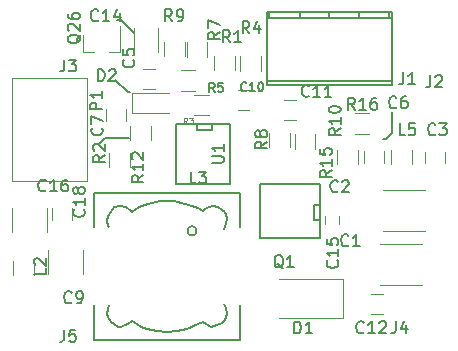
<source format=gto>
G04 #@! TF.FileFunction,Legend,Top*
%FSLAX46Y46*%
G04 Gerber Fmt 4.6, Leading zero omitted, Abs format (unit mm)*
G04 Created by KiCad (PCBNEW 4.0.7-e2-6376~60~ubuntu17.10.1) date Tue Feb 13 22:12:07 2018*
%MOMM*%
%LPD*%
G01*
G04 APERTURE LIST*
%ADD10C,0.100000*%
%ADD11C,0.200000*%
%ADD12C,0.120000*%
%ADD13C,0.150000*%
%ADD14C,0.125000*%
G04 APERTURE END LIST*
D10*
D11*
X145669000Y-83375500D02*
X145351500Y-83375500D01*
X146812000Y-84518500D02*
X145669000Y-83375500D01*
X146304000Y-89535000D02*
X146494500Y-89535000D01*
X145224500Y-88455500D02*
X146304000Y-89535000D01*
X144335500Y-93408500D02*
X143954500Y-93789500D01*
X146367500Y-93408500D02*
X144335500Y-93408500D01*
X168148000Y-93472000D02*
X167894000Y-93472000D01*
X168656000Y-92964000D02*
X168148000Y-93472000D01*
X168656000Y-91186000D02*
X168656000Y-92964000D01*
D12*
X142438000Y-86104000D02*
X143368000Y-86104000D01*
X145598000Y-86104000D02*
X144668000Y-86104000D01*
X145598000Y-86104000D02*
X145598000Y-83944000D01*
X142438000Y-86104000D02*
X142438000Y-84644000D01*
D13*
X154940000Y-92202000D02*
X154940000Y-97282000D01*
X154940000Y-97282000D02*
X150368000Y-97282000D01*
X150368000Y-97282000D02*
X150368000Y-92202000D01*
X150368000Y-92202000D02*
X154940000Y-92202000D01*
X153416000Y-92202000D02*
X153416000Y-92710000D01*
X153416000Y-92710000D02*
X152146000Y-92710000D01*
X152146000Y-92710000D02*
X152146000Y-92202000D01*
D12*
X136432000Y-88360000D02*
X136432000Y-97060000D01*
X142842000Y-88360000D02*
X142842000Y-97060000D01*
X142842000Y-97060000D02*
X136432000Y-97060000D01*
X136432000Y-88360000D02*
X142842000Y-88360000D01*
X166716000Y-93082000D02*
X165516000Y-93082000D01*
X165516000Y-91322000D02*
X166716000Y-91322000D01*
X165726000Y-94396000D02*
X165726000Y-95596000D01*
X163966000Y-95596000D02*
X163966000Y-94396000D01*
X162157300Y-93100600D02*
X162157300Y-94300600D01*
X160397300Y-94300600D02*
X160397300Y-93100600D01*
X160023700Y-92973600D02*
X160023700Y-94173600D01*
X158263700Y-94173600D02*
X158263700Y-92973600D01*
X150758600Y-87664400D02*
X151958600Y-87664400D01*
X151958600Y-89424400D02*
X150758600Y-89424400D01*
X151914300Y-89721800D02*
X153114300Y-89721800D01*
X153114300Y-91481800D02*
X151914300Y-91481800D01*
X146440000Y-93564000D02*
X146440000Y-92364000D01*
X148200000Y-92364000D02*
X148200000Y-93564000D01*
X168576100Y-95634100D02*
X168576100Y-94434100D01*
X170336100Y-94434100D02*
X170336100Y-95634100D01*
X138294000Y-103794000D02*
X138294000Y-104994000D01*
X136534000Y-104994000D02*
X136534000Y-103794000D01*
X162976000Y-100680000D02*
X162976000Y-99980000D01*
X164176000Y-99980000D02*
X164176000Y-100680000D01*
X160520000Y-90209000D02*
X159520000Y-90209000D01*
X159520000Y-91909000D02*
X160520000Y-91909000D01*
X144438000Y-90940000D02*
X144438000Y-91940000D01*
X146138000Y-91940000D02*
X146138000Y-90940000D01*
X148582000Y-87542000D02*
X147582000Y-87542000D01*
X147582000Y-89242000D02*
X148582000Y-89242000D01*
D13*
X162560000Y-101854000D02*
X157480000Y-101854000D01*
X157480000Y-101854000D02*
X157480000Y-97282000D01*
X157480000Y-97282000D02*
X162560000Y-97282000D01*
X162560000Y-97282000D02*
X162560000Y-101854000D01*
X162560000Y-100330000D02*
X162052000Y-100330000D01*
X162052000Y-100330000D02*
X162052000Y-99060000D01*
X162052000Y-99060000D02*
X162560000Y-99060000D01*
D12*
X157547200Y-86496600D02*
X157547200Y-87696600D01*
X155787200Y-87696600D02*
X155787200Y-86496600D01*
X167886000Y-106592000D02*
X166886000Y-106592000D01*
X166886000Y-108292000D02*
X167886000Y-108292000D01*
X166282000Y-94496000D02*
X166282000Y-95496000D01*
X167982000Y-95496000D02*
X167982000Y-94496000D01*
X146608720Y-89584160D02*
X146608720Y-91284160D01*
X146608720Y-91284160D02*
X149758720Y-91284160D01*
X146608720Y-89584160D02*
X149758720Y-89584160D01*
X153000600Y-85302800D02*
X153000600Y-86502800D01*
X151240600Y-86502800D02*
X151240600Y-85302800D01*
X149335600Y-86452000D02*
X149335600Y-85252000D01*
X151095600Y-85252000D02*
X151095600Y-86452000D01*
X139866000Y-99322000D02*
X139866000Y-100322000D01*
X141566000Y-100322000D02*
X141566000Y-99322000D01*
X155337400Y-86458500D02*
X155337400Y-87658500D01*
X153577400Y-87658500D02*
X153577400Y-86458500D01*
X173125500Y-95546800D02*
X173125500Y-94546800D01*
X171425500Y-94546800D02*
X171425500Y-95546800D01*
X156557600Y-89370800D02*
X155557600Y-89370800D01*
X155557600Y-91070800D02*
X156557600Y-91070800D01*
X146422000Y-94650000D02*
X146422000Y-95850000D01*
X144662000Y-95850000D02*
X144662000Y-94650000D01*
D13*
X152097814Y-101267260D02*
G75*
G03X152097814Y-101267260I-391234J0D01*
G01*
X144706340Y-100967540D02*
X144604740Y-100865940D01*
X144604740Y-100865940D02*
X144505680Y-100467160D01*
X144505680Y-100467160D02*
X144604740Y-99966780D01*
X144604740Y-99966780D02*
X144805400Y-99667060D01*
X144805400Y-99667060D02*
X145105120Y-99265740D01*
X145105120Y-99265740D02*
X145605500Y-99166680D01*
X145605500Y-99166680D02*
X146105880Y-99265740D01*
X146105880Y-99265740D02*
X146507200Y-99568000D01*
X146507200Y-99568000D02*
X146606260Y-99667060D01*
X146606260Y-99667060D02*
X147205700Y-99265740D01*
X147205700Y-99265740D02*
X148005800Y-98966020D01*
X148005800Y-98966020D02*
X149006560Y-98767900D01*
X149006560Y-98767900D02*
X150205440Y-98767900D01*
X150205440Y-98767900D02*
X151107140Y-98966020D01*
X151107140Y-98966020D02*
X151706580Y-99166680D01*
X151706580Y-99166680D02*
X152206960Y-99367340D01*
X152206960Y-99367340D02*
X152605740Y-99568000D01*
X152605740Y-99568000D02*
X152905460Y-99367340D01*
X152905460Y-99367340D02*
X153504900Y-99166680D01*
X153504900Y-99166680D02*
X153906220Y-99265740D01*
X153906220Y-99265740D02*
X154205940Y-99466400D01*
X154205940Y-99466400D02*
X154505660Y-99667060D01*
X154505660Y-99667060D02*
X154706320Y-100167440D01*
X154706320Y-100167440D02*
X154607260Y-100667820D01*
X154607260Y-100667820D02*
X154406600Y-101066600D01*
X144706340Y-107566460D02*
X144604740Y-107866180D01*
X144604740Y-107866180D02*
X144505680Y-108267500D01*
X144505680Y-108267500D02*
X144604740Y-108567220D01*
X144604740Y-108567220D02*
X144805400Y-108966000D01*
X144805400Y-108966000D02*
X145105120Y-109166660D01*
X145105120Y-109166660D02*
X145404840Y-109367320D01*
X145404840Y-109367320D02*
X145707100Y-109367320D01*
X145707100Y-109367320D02*
X146006820Y-109268260D01*
X146006820Y-109268260D02*
X146306540Y-109166660D01*
X146306540Y-109166660D02*
X146606260Y-108866940D01*
X146606260Y-108866940D02*
X147005040Y-109166660D01*
X147005040Y-109166660D02*
X147406360Y-109367320D01*
X147406360Y-109367320D02*
X147906740Y-109567980D01*
X147906740Y-109567980D02*
X148706840Y-109766100D01*
X148706840Y-109766100D02*
X149606000Y-109867700D01*
X149606000Y-109867700D02*
X150406100Y-109766100D01*
X150406100Y-109766100D02*
X151305260Y-109567980D01*
X151305260Y-109567980D02*
X152206960Y-109166660D01*
X152206960Y-109166660D02*
X152605740Y-108966000D01*
X152605740Y-108966000D02*
X152905460Y-109166660D01*
X152905460Y-109166660D02*
X153306780Y-109367320D01*
X153306780Y-109367320D02*
X153807160Y-109268260D01*
X153807160Y-109268260D02*
X154205940Y-109067600D01*
X154205940Y-109067600D02*
X154505660Y-108767880D01*
X154505660Y-108767880D02*
X154706320Y-108267500D01*
X154706320Y-108267500D02*
X154607260Y-107767120D01*
X154607260Y-107767120D02*
X154406600Y-107467400D01*
X155806140Y-100967540D02*
X155806140Y-98066860D01*
X155806140Y-98066860D02*
X143405860Y-98066860D01*
X143405860Y-98066860D02*
X143405860Y-100967540D01*
X143405860Y-110467140D02*
X155806140Y-110467140D01*
X155806140Y-110467140D02*
X155806140Y-107566460D01*
X143405860Y-110467140D02*
X143405860Y-107566460D01*
D12*
X171218000Y-102410000D02*
X167618000Y-102410000D01*
X167618000Y-105870000D02*
X171218000Y-105870000D01*
X171472000Y-97838000D02*
X167872000Y-97838000D01*
X167872000Y-101298000D02*
X171472000Y-101298000D01*
D13*
X158021020Y-88950800D02*
X168622980Y-88950800D01*
X168622980Y-88552020D02*
X158021020Y-88552020D01*
X168622980Y-83251040D02*
X158021020Y-83251040D01*
X158021020Y-82753200D02*
X168622980Y-82753200D01*
X160825180Y-83251040D02*
X160825180Y-82753200D01*
X163322000Y-83251040D02*
X163322000Y-82753200D01*
X168419780Y-82753200D02*
X168419780Y-83251040D01*
X158221680Y-83251040D02*
X158221680Y-82753200D01*
X165818820Y-82753200D02*
X165818820Y-83251040D01*
X158023560Y-82753200D02*
X158023560Y-88950800D01*
X168617900Y-88950800D02*
X168617900Y-82753200D01*
D12*
X139490000Y-102886000D02*
X139490000Y-104886000D01*
X142450000Y-104886000D02*
X142450000Y-102886000D01*
X146808000Y-84090000D02*
X146808000Y-86090000D01*
X148848000Y-86090000D02*
X148848000Y-84090000D01*
X136442000Y-99330000D02*
X136442000Y-101330000D01*
X139402000Y-101330000D02*
X139402000Y-99330000D01*
X164499500Y-108647500D02*
X164499500Y-105347500D01*
X164499500Y-105347500D02*
X159099500Y-105347500D01*
X164499500Y-108647500D02*
X159099500Y-108647500D01*
D13*
X142279619Y-84645428D02*
X142232000Y-84740666D01*
X142136762Y-84835904D01*
X141993905Y-84978761D01*
X141946286Y-85074000D01*
X141946286Y-85169238D01*
X142184381Y-85121619D02*
X142136762Y-85216857D01*
X142041524Y-85312095D01*
X141851048Y-85359714D01*
X141517714Y-85359714D01*
X141327238Y-85312095D01*
X141232000Y-85216857D01*
X141184381Y-85121619D01*
X141184381Y-84931142D01*
X141232000Y-84835904D01*
X141327238Y-84740666D01*
X141517714Y-84693047D01*
X141851048Y-84693047D01*
X142041524Y-84740666D01*
X142136762Y-84835904D01*
X142184381Y-84931142D01*
X142184381Y-85121619D01*
X141279619Y-84312095D02*
X141232000Y-84264476D01*
X141184381Y-84169238D01*
X141184381Y-83931142D01*
X141232000Y-83835904D01*
X141279619Y-83788285D01*
X141374857Y-83740666D01*
X141470095Y-83740666D01*
X141612952Y-83788285D01*
X142184381Y-84359714D01*
X142184381Y-83740666D01*
X141184381Y-82883523D02*
X141184381Y-83074000D01*
X141232000Y-83169238D01*
X141279619Y-83216857D01*
X141422476Y-83312095D01*
X141612952Y-83359714D01*
X141993905Y-83359714D01*
X142089143Y-83312095D01*
X142136762Y-83264476D01*
X142184381Y-83169238D01*
X142184381Y-82978761D01*
X142136762Y-82883523D01*
X142089143Y-82835904D01*
X141993905Y-82788285D01*
X141755810Y-82788285D01*
X141660571Y-82835904D01*
X141612952Y-82883523D01*
X141565333Y-82978761D01*
X141565333Y-83169238D01*
X141612952Y-83264476D01*
X141660571Y-83312095D01*
X141755810Y-83359714D01*
X153376381Y-95503905D02*
X154185905Y-95503905D01*
X154281143Y-95456286D01*
X154328762Y-95408667D01*
X154376381Y-95313429D01*
X154376381Y-95122952D01*
X154328762Y-95027714D01*
X154281143Y-94980095D01*
X154185905Y-94932476D01*
X153376381Y-94932476D01*
X154376381Y-93932476D02*
X154376381Y-94503905D01*
X154376381Y-94218191D02*
X153376381Y-94218191D01*
X153519238Y-94313429D01*
X153614476Y-94408667D01*
X153662095Y-94503905D01*
X144089381Y-90971595D02*
X143089381Y-90971595D01*
X143089381Y-90590642D01*
X143137000Y-90495404D01*
X143184619Y-90447785D01*
X143279857Y-90400166D01*
X143422714Y-90400166D01*
X143517952Y-90447785D01*
X143565571Y-90495404D01*
X143613190Y-90590642D01*
X143613190Y-90971595D01*
X144089381Y-89447785D02*
X144089381Y-90019214D01*
X144089381Y-89733500D02*
X143089381Y-89733500D01*
X143232238Y-89828738D01*
X143327476Y-89923976D01*
X143375095Y-90019214D01*
X165473143Y-91004381D02*
X165139809Y-90528190D01*
X164901714Y-91004381D02*
X164901714Y-90004381D01*
X165282667Y-90004381D01*
X165377905Y-90052000D01*
X165425524Y-90099619D01*
X165473143Y-90194857D01*
X165473143Y-90337714D01*
X165425524Y-90432952D01*
X165377905Y-90480571D01*
X165282667Y-90528190D01*
X164901714Y-90528190D01*
X166425524Y-91004381D02*
X165854095Y-91004381D01*
X166139809Y-91004381D02*
X166139809Y-90004381D01*
X166044571Y-90147238D01*
X165949333Y-90242476D01*
X165854095Y-90290095D01*
X167282667Y-90004381D02*
X167092190Y-90004381D01*
X166996952Y-90052000D01*
X166949333Y-90099619D01*
X166854095Y-90242476D01*
X166806476Y-90432952D01*
X166806476Y-90813905D01*
X166854095Y-90909143D01*
X166901714Y-90956762D01*
X166996952Y-91004381D01*
X167187429Y-91004381D01*
X167282667Y-90956762D01*
X167330286Y-90909143D01*
X167377905Y-90813905D01*
X167377905Y-90575810D01*
X167330286Y-90480571D01*
X167282667Y-90432952D01*
X167187429Y-90385333D01*
X166996952Y-90385333D01*
X166901714Y-90432952D01*
X166854095Y-90480571D01*
X166806476Y-90575810D01*
X163520381Y-96146857D02*
X163044190Y-96480191D01*
X163520381Y-96718286D02*
X162520381Y-96718286D01*
X162520381Y-96337333D01*
X162568000Y-96242095D01*
X162615619Y-96194476D01*
X162710857Y-96146857D01*
X162853714Y-96146857D01*
X162948952Y-96194476D01*
X162996571Y-96242095D01*
X163044190Y-96337333D01*
X163044190Y-96718286D01*
X163520381Y-95194476D02*
X163520381Y-95765905D01*
X163520381Y-95480191D02*
X162520381Y-95480191D01*
X162663238Y-95575429D01*
X162758476Y-95670667D01*
X162806095Y-95765905D01*
X162520381Y-94289714D02*
X162520381Y-94765905D01*
X162996571Y-94813524D01*
X162948952Y-94765905D01*
X162901333Y-94670667D01*
X162901333Y-94432571D01*
X162948952Y-94337333D01*
X162996571Y-94289714D01*
X163091810Y-94242095D01*
X163329905Y-94242095D01*
X163425143Y-94289714D01*
X163472762Y-94337333D01*
X163520381Y-94432571D01*
X163520381Y-94670667D01*
X163472762Y-94765905D01*
X163425143Y-94813524D01*
X164282381Y-92590857D02*
X163806190Y-92924191D01*
X164282381Y-93162286D02*
X163282381Y-93162286D01*
X163282381Y-92781333D01*
X163330000Y-92686095D01*
X163377619Y-92638476D01*
X163472857Y-92590857D01*
X163615714Y-92590857D01*
X163710952Y-92638476D01*
X163758571Y-92686095D01*
X163806190Y-92781333D01*
X163806190Y-93162286D01*
X164282381Y-91638476D02*
X164282381Y-92209905D01*
X164282381Y-91924191D02*
X163282381Y-91924191D01*
X163425238Y-92019429D01*
X163520476Y-92114667D01*
X163568095Y-92209905D01*
X163282381Y-91019429D02*
X163282381Y-90924190D01*
X163330000Y-90828952D01*
X163377619Y-90781333D01*
X163472857Y-90733714D01*
X163663333Y-90686095D01*
X163901429Y-90686095D01*
X164091905Y-90733714D01*
X164187143Y-90781333D01*
X164234762Y-90828952D01*
X164282381Y-90924190D01*
X164282381Y-91019429D01*
X164234762Y-91114667D01*
X164187143Y-91162286D01*
X164091905Y-91209905D01*
X163901429Y-91257524D01*
X163663333Y-91257524D01*
X163472857Y-91209905D01*
X163377619Y-91162286D01*
X163330000Y-91114667D01*
X163282381Y-91019429D01*
X158059381Y-93702166D02*
X157583190Y-94035500D01*
X158059381Y-94273595D02*
X157059381Y-94273595D01*
X157059381Y-93892642D01*
X157107000Y-93797404D01*
X157154619Y-93749785D01*
X157249857Y-93702166D01*
X157392714Y-93702166D01*
X157487952Y-93749785D01*
X157535571Y-93797404D01*
X157583190Y-93892642D01*
X157583190Y-94273595D01*
X157487952Y-93130738D02*
X157440333Y-93225976D01*
X157392714Y-93273595D01*
X157297476Y-93321214D01*
X157249857Y-93321214D01*
X157154619Y-93273595D01*
X157107000Y-93225976D01*
X157059381Y-93130738D01*
X157059381Y-92940261D01*
X157107000Y-92845023D01*
X157154619Y-92797404D01*
X157249857Y-92749785D01*
X157297476Y-92749785D01*
X157392714Y-92797404D01*
X157440333Y-92845023D01*
X157487952Y-92940261D01*
X157487952Y-93130738D01*
X157535571Y-93225976D01*
X157583190Y-93273595D01*
X157678429Y-93321214D01*
X157868905Y-93321214D01*
X157964143Y-93273595D01*
X158011762Y-93225976D01*
X158059381Y-93130738D01*
X158059381Y-92940261D01*
X158011762Y-92845023D01*
X157964143Y-92797404D01*
X157868905Y-92749785D01*
X157678429Y-92749785D01*
X157583190Y-92797404D01*
X157535571Y-92845023D01*
X157487952Y-92940261D01*
X153608500Y-89493286D02*
X153358500Y-89136143D01*
X153179928Y-89493286D02*
X153179928Y-88743286D01*
X153465643Y-88743286D01*
X153537071Y-88779000D01*
X153572786Y-88814714D01*
X153608500Y-88886143D01*
X153608500Y-88993286D01*
X153572786Y-89064714D01*
X153537071Y-89100429D01*
X153465643Y-89136143D01*
X153179928Y-89136143D01*
X154287071Y-88743286D02*
X153929928Y-88743286D01*
X153894214Y-89100429D01*
X153929928Y-89064714D01*
X154001357Y-89029000D01*
X154179928Y-89029000D01*
X154251357Y-89064714D01*
X154287071Y-89100429D01*
X154322786Y-89171857D01*
X154322786Y-89350429D01*
X154287071Y-89421857D01*
X154251357Y-89457571D01*
X154179928Y-89493286D01*
X154001357Y-89493286D01*
X153929928Y-89457571D01*
X153894214Y-89421857D01*
D14*
X151300667Y-92174190D02*
X151134000Y-91936095D01*
X151014953Y-92174190D02*
X151014953Y-91674190D01*
X151205429Y-91674190D01*
X151253048Y-91698000D01*
X151276857Y-91721810D01*
X151300667Y-91769429D01*
X151300667Y-91840857D01*
X151276857Y-91888476D01*
X151253048Y-91912286D01*
X151205429Y-91936095D01*
X151014953Y-91936095D01*
X151467334Y-91674190D02*
X151776857Y-91674190D01*
X151610191Y-91864667D01*
X151681619Y-91864667D01*
X151729238Y-91888476D01*
X151753048Y-91912286D01*
X151776857Y-91959905D01*
X151776857Y-92078952D01*
X151753048Y-92126571D01*
X151729238Y-92150381D01*
X151681619Y-92174190D01*
X151538762Y-92174190D01*
X151491143Y-92150381D01*
X151467334Y-92126571D01*
D13*
X144343381Y-94845166D02*
X143867190Y-95178500D01*
X144343381Y-95416595D02*
X143343381Y-95416595D01*
X143343381Y-95035642D01*
X143391000Y-94940404D01*
X143438619Y-94892785D01*
X143533857Y-94845166D01*
X143676714Y-94845166D01*
X143771952Y-94892785D01*
X143819571Y-94940404D01*
X143867190Y-95035642D01*
X143867190Y-95416595D01*
X143438619Y-94464214D02*
X143391000Y-94416595D01*
X143343381Y-94321357D01*
X143343381Y-94083261D01*
X143391000Y-93988023D01*
X143438619Y-93940404D01*
X143533857Y-93892785D01*
X143629095Y-93892785D01*
X143771952Y-93940404D01*
X144343381Y-94511833D01*
X144343381Y-93892785D01*
X169759334Y-93162381D02*
X169283143Y-93162381D01*
X169283143Y-92162381D01*
X170568858Y-92162381D02*
X170092667Y-92162381D01*
X170045048Y-92638571D01*
X170092667Y-92590952D01*
X170187905Y-92543333D01*
X170426001Y-92543333D01*
X170521239Y-92590952D01*
X170568858Y-92638571D01*
X170616477Y-92733810D01*
X170616477Y-92971905D01*
X170568858Y-93067143D01*
X170521239Y-93114762D01*
X170426001Y-93162381D01*
X170187905Y-93162381D01*
X170092667Y-93114762D01*
X170045048Y-93067143D01*
X139326881Y-104433666D02*
X139326881Y-104909857D01*
X138326881Y-104909857D01*
X138422119Y-104147952D02*
X138374500Y-104100333D01*
X138326881Y-104005095D01*
X138326881Y-103766999D01*
X138374500Y-103671761D01*
X138422119Y-103624142D01*
X138517357Y-103576523D01*
X138612595Y-103576523D01*
X138755452Y-103624142D01*
X139326881Y-104195571D01*
X139326881Y-103576523D01*
X163996643Y-103766857D02*
X164044262Y-103814476D01*
X164091881Y-103957333D01*
X164091881Y-104052571D01*
X164044262Y-104195429D01*
X163949024Y-104290667D01*
X163853786Y-104338286D01*
X163663310Y-104385905D01*
X163520452Y-104385905D01*
X163329976Y-104338286D01*
X163234738Y-104290667D01*
X163139500Y-104195429D01*
X163091881Y-104052571D01*
X163091881Y-103957333D01*
X163139500Y-103814476D01*
X163187119Y-103766857D01*
X164091881Y-102814476D02*
X164091881Y-103385905D01*
X164091881Y-103100191D02*
X163091881Y-103100191D01*
X163234738Y-103195429D01*
X163329976Y-103290667D01*
X163377595Y-103385905D01*
X163091881Y-101909714D02*
X163091881Y-102385905D01*
X163568071Y-102433524D01*
X163520452Y-102385905D01*
X163472833Y-102290667D01*
X163472833Y-102052571D01*
X163520452Y-101957333D01*
X163568071Y-101909714D01*
X163663310Y-101862095D01*
X163901405Y-101862095D01*
X163996643Y-101909714D01*
X164044262Y-101957333D01*
X164091881Y-102052571D01*
X164091881Y-102290667D01*
X164044262Y-102385905D01*
X163996643Y-102433524D01*
X161599643Y-89828643D02*
X161552024Y-89876262D01*
X161409167Y-89923881D01*
X161313929Y-89923881D01*
X161171071Y-89876262D01*
X161075833Y-89781024D01*
X161028214Y-89685786D01*
X160980595Y-89495310D01*
X160980595Y-89352452D01*
X161028214Y-89161976D01*
X161075833Y-89066738D01*
X161171071Y-88971500D01*
X161313929Y-88923881D01*
X161409167Y-88923881D01*
X161552024Y-88971500D01*
X161599643Y-89019119D01*
X162552024Y-89923881D02*
X161980595Y-89923881D01*
X162266309Y-89923881D02*
X162266309Y-88923881D01*
X162171071Y-89066738D01*
X162075833Y-89161976D01*
X161980595Y-89209595D01*
X163504405Y-89923881D02*
X162932976Y-89923881D01*
X163218690Y-89923881D02*
X163218690Y-88923881D01*
X163123452Y-89066738D01*
X163028214Y-89161976D01*
X162932976Y-89209595D01*
X144057643Y-92559166D02*
X144105262Y-92606785D01*
X144152881Y-92749642D01*
X144152881Y-92844880D01*
X144105262Y-92987738D01*
X144010024Y-93082976D01*
X143914786Y-93130595D01*
X143724310Y-93178214D01*
X143581452Y-93178214D01*
X143390976Y-93130595D01*
X143295738Y-93082976D01*
X143200500Y-92987738D01*
X143152881Y-92844880D01*
X143152881Y-92749642D01*
X143200500Y-92606785D01*
X143248119Y-92559166D01*
X143152881Y-92225833D02*
X143152881Y-91559166D01*
X144152881Y-91987738D01*
X146724643Y-86780666D02*
X146772262Y-86828285D01*
X146819881Y-86971142D01*
X146819881Y-87066380D01*
X146772262Y-87209238D01*
X146677024Y-87304476D01*
X146581786Y-87352095D01*
X146391310Y-87399714D01*
X146248452Y-87399714D01*
X146057976Y-87352095D01*
X145962738Y-87304476D01*
X145867500Y-87209238D01*
X145819881Y-87066380D01*
X145819881Y-86971142D01*
X145867500Y-86828285D01*
X145915119Y-86780666D01*
X145819881Y-85875904D02*
X145819881Y-86352095D01*
X146296071Y-86399714D01*
X146248452Y-86352095D01*
X146200833Y-86256857D01*
X146200833Y-86018761D01*
X146248452Y-85923523D01*
X146296071Y-85875904D01*
X146391310Y-85828285D01*
X146629405Y-85828285D01*
X146724643Y-85875904D01*
X146772262Y-85923523D01*
X146819881Y-86018761D01*
X146819881Y-86256857D01*
X146772262Y-86352095D01*
X146724643Y-86399714D01*
X159416762Y-104433619D02*
X159321524Y-104386000D01*
X159226286Y-104290762D01*
X159083429Y-104147905D01*
X158988190Y-104100286D01*
X158892952Y-104100286D01*
X158940571Y-104338381D02*
X158845333Y-104290762D01*
X158750095Y-104195524D01*
X158702476Y-104005048D01*
X158702476Y-103671714D01*
X158750095Y-103481238D01*
X158845333Y-103386000D01*
X158940571Y-103338381D01*
X159131048Y-103338381D01*
X159226286Y-103386000D01*
X159321524Y-103481238D01*
X159369143Y-103671714D01*
X159369143Y-104005048D01*
X159321524Y-104195524D01*
X159226286Y-104290762D01*
X159131048Y-104338381D01*
X158940571Y-104338381D01*
X160321524Y-104338381D02*
X159750095Y-104338381D01*
X160035809Y-104338381D02*
X160035809Y-103338381D01*
X159940571Y-103481238D01*
X159845333Y-103576476D01*
X159750095Y-103624095D01*
X156551334Y-84526381D02*
X156218000Y-84050190D01*
X155979905Y-84526381D02*
X155979905Y-83526381D01*
X156360858Y-83526381D01*
X156456096Y-83574000D01*
X156503715Y-83621619D01*
X156551334Y-83716857D01*
X156551334Y-83859714D01*
X156503715Y-83954952D01*
X156456096Y-84002571D01*
X156360858Y-84050190D01*
X155979905Y-84050190D01*
X157408477Y-83859714D02*
X157408477Y-84526381D01*
X157170381Y-83478762D02*
X156932286Y-84193048D01*
X157551334Y-84193048D01*
X166235143Y-109831143D02*
X166187524Y-109878762D01*
X166044667Y-109926381D01*
X165949429Y-109926381D01*
X165806571Y-109878762D01*
X165711333Y-109783524D01*
X165663714Y-109688286D01*
X165616095Y-109497810D01*
X165616095Y-109354952D01*
X165663714Y-109164476D01*
X165711333Y-109069238D01*
X165806571Y-108974000D01*
X165949429Y-108926381D01*
X166044667Y-108926381D01*
X166187524Y-108974000D01*
X166235143Y-109021619D01*
X167187524Y-109926381D02*
X166616095Y-109926381D01*
X166901809Y-109926381D02*
X166901809Y-108926381D01*
X166806571Y-109069238D01*
X166711333Y-109164476D01*
X166616095Y-109212095D01*
X167568476Y-109021619D02*
X167616095Y-108974000D01*
X167711333Y-108926381D01*
X167949429Y-108926381D01*
X168044667Y-108974000D01*
X168092286Y-109021619D01*
X168139905Y-109116857D01*
X168139905Y-109212095D01*
X168092286Y-109354952D01*
X167520857Y-109926381D01*
X168139905Y-109926381D01*
X168997334Y-90781143D02*
X168949715Y-90828762D01*
X168806858Y-90876381D01*
X168711620Y-90876381D01*
X168568762Y-90828762D01*
X168473524Y-90733524D01*
X168425905Y-90638286D01*
X168378286Y-90447810D01*
X168378286Y-90304952D01*
X168425905Y-90114476D01*
X168473524Y-90019238D01*
X168568762Y-89924000D01*
X168711620Y-89876381D01*
X168806858Y-89876381D01*
X168949715Y-89924000D01*
X168997334Y-89971619D01*
X169854477Y-89876381D02*
X169664000Y-89876381D01*
X169568762Y-89924000D01*
X169521143Y-89971619D01*
X169425905Y-90114476D01*
X169378286Y-90304952D01*
X169378286Y-90685905D01*
X169425905Y-90781143D01*
X169473524Y-90828762D01*
X169568762Y-90876381D01*
X169759239Y-90876381D01*
X169854477Y-90828762D01*
X169902096Y-90781143D01*
X169949715Y-90685905D01*
X169949715Y-90447810D01*
X169902096Y-90352571D01*
X169854477Y-90304952D01*
X169759239Y-90257333D01*
X169568762Y-90257333D01*
X169473524Y-90304952D01*
X169425905Y-90352571D01*
X169378286Y-90447810D01*
X143724405Y-88590381D02*
X143724405Y-87590381D01*
X143962500Y-87590381D01*
X144105358Y-87638000D01*
X144200596Y-87733238D01*
X144248215Y-87828476D01*
X144295834Y-88018952D01*
X144295834Y-88161810D01*
X144248215Y-88352286D01*
X144200596Y-88447524D01*
X144105358Y-88542762D01*
X143962500Y-88590381D01*
X143724405Y-88590381D01*
X144676786Y-87685619D02*
X144724405Y-87638000D01*
X144819643Y-87590381D01*
X145057739Y-87590381D01*
X145152977Y-87638000D01*
X145200596Y-87685619D01*
X145248215Y-87780857D01*
X145248215Y-87876095D01*
X145200596Y-88018952D01*
X144629167Y-88590381D01*
X145248215Y-88590381D01*
X154058881Y-84431166D02*
X153582690Y-84764500D01*
X154058881Y-85002595D02*
X153058881Y-85002595D01*
X153058881Y-84621642D01*
X153106500Y-84526404D01*
X153154119Y-84478785D01*
X153249357Y-84431166D01*
X153392214Y-84431166D01*
X153487452Y-84478785D01*
X153535071Y-84526404D01*
X153582690Y-84621642D01*
X153582690Y-85002595D01*
X153058881Y-84097833D02*
X153058881Y-83431166D01*
X154058881Y-83859738D01*
X150010834Y-83510381D02*
X149677500Y-83034190D01*
X149439405Y-83510381D02*
X149439405Y-82510381D01*
X149820358Y-82510381D01*
X149915596Y-82558000D01*
X149963215Y-82605619D01*
X150010834Y-82700857D01*
X150010834Y-82843714D01*
X149963215Y-82938952D01*
X149915596Y-82986571D01*
X149820358Y-83034190D01*
X149439405Y-83034190D01*
X150487024Y-83510381D02*
X150677500Y-83510381D01*
X150772739Y-83462762D01*
X150820358Y-83415143D01*
X150915596Y-83272286D01*
X150963215Y-83081810D01*
X150963215Y-82700857D01*
X150915596Y-82605619D01*
X150867977Y-82558000D01*
X150772739Y-82510381D01*
X150582262Y-82510381D01*
X150487024Y-82558000D01*
X150439405Y-82605619D01*
X150391786Y-82700857D01*
X150391786Y-82938952D01*
X150439405Y-83034190D01*
X150487024Y-83081810D01*
X150582262Y-83129429D01*
X150772739Y-83129429D01*
X150867977Y-83081810D01*
X150915596Y-83034190D01*
X150963215Y-82938952D01*
X142533643Y-99448857D02*
X142581262Y-99496476D01*
X142628881Y-99639333D01*
X142628881Y-99734571D01*
X142581262Y-99877429D01*
X142486024Y-99972667D01*
X142390786Y-100020286D01*
X142200310Y-100067905D01*
X142057452Y-100067905D01*
X141866976Y-100020286D01*
X141771738Y-99972667D01*
X141676500Y-99877429D01*
X141628881Y-99734571D01*
X141628881Y-99639333D01*
X141676500Y-99496476D01*
X141724119Y-99448857D01*
X142628881Y-98496476D02*
X142628881Y-99067905D01*
X142628881Y-98782191D02*
X141628881Y-98782191D01*
X141771738Y-98877429D01*
X141866976Y-98972667D01*
X141914595Y-99067905D01*
X142057452Y-97925048D02*
X142009833Y-98020286D01*
X141962214Y-98067905D01*
X141866976Y-98115524D01*
X141819357Y-98115524D01*
X141724119Y-98067905D01*
X141676500Y-98020286D01*
X141628881Y-97925048D01*
X141628881Y-97734571D01*
X141676500Y-97639333D01*
X141724119Y-97591714D01*
X141819357Y-97544095D01*
X141866976Y-97544095D01*
X141962214Y-97591714D01*
X142009833Y-97639333D01*
X142057452Y-97734571D01*
X142057452Y-97925048D01*
X142105071Y-98020286D01*
X142152690Y-98067905D01*
X142247929Y-98115524D01*
X142438405Y-98115524D01*
X142533643Y-98067905D01*
X142581262Y-98020286D01*
X142628881Y-97925048D01*
X142628881Y-97734571D01*
X142581262Y-97639333D01*
X142533643Y-97591714D01*
X142438405Y-97544095D01*
X142247929Y-97544095D01*
X142152690Y-97591714D01*
X142105071Y-97639333D01*
X142057452Y-97734571D01*
X154900334Y-85288381D02*
X154567000Y-84812190D01*
X154328905Y-85288381D02*
X154328905Y-84288381D01*
X154709858Y-84288381D01*
X154805096Y-84336000D01*
X154852715Y-84383619D01*
X154900334Y-84478857D01*
X154900334Y-84621714D01*
X154852715Y-84716952D01*
X154805096Y-84764571D01*
X154709858Y-84812190D01*
X154328905Y-84812190D01*
X155852715Y-85288381D02*
X155281286Y-85288381D01*
X155567000Y-85288381D02*
X155567000Y-84288381D01*
X155471762Y-84431238D01*
X155376524Y-84526476D01*
X155281286Y-84574095D01*
X172299334Y-93067143D02*
X172251715Y-93114762D01*
X172108858Y-93162381D01*
X172013620Y-93162381D01*
X171870762Y-93114762D01*
X171775524Y-93019524D01*
X171727905Y-92924286D01*
X171680286Y-92733810D01*
X171680286Y-92590952D01*
X171727905Y-92400476D01*
X171775524Y-92305238D01*
X171870762Y-92210000D01*
X172013620Y-92162381D01*
X172108858Y-92162381D01*
X172251715Y-92210000D01*
X172299334Y-92257619D01*
X172632667Y-92162381D02*
X173251715Y-92162381D01*
X172918381Y-92543333D01*
X173061239Y-92543333D01*
X173156477Y-92590952D01*
X173204096Y-92638571D01*
X173251715Y-92733810D01*
X173251715Y-92971905D01*
X173204096Y-93067143D01*
X173156477Y-93114762D01*
X173061239Y-93162381D01*
X172775524Y-93162381D01*
X172680286Y-93114762D01*
X172632667Y-93067143D01*
X168957667Y-108926381D02*
X168957667Y-109640667D01*
X168910047Y-109783524D01*
X168814809Y-109878762D01*
X168671952Y-109926381D01*
X168576714Y-109926381D01*
X169862429Y-109259714D02*
X169862429Y-109926381D01*
X169624333Y-108878762D02*
X169386238Y-109593048D01*
X170005286Y-109593048D01*
X140877967Y-109650281D02*
X140877967Y-110364567D01*
X140830347Y-110507424D01*
X140735109Y-110602662D01*
X140592252Y-110650281D01*
X140497014Y-110650281D01*
X141830348Y-109650281D02*
X141354157Y-109650281D01*
X141306538Y-110126471D01*
X141354157Y-110078852D01*
X141449395Y-110031233D01*
X141687491Y-110031233D01*
X141782729Y-110078852D01*
X141830348Y-110126471D01*
X141877967Y-110221710D01*
X141877967Y-110459805D01*
X141830348Y-110555043D01*
X141782729Y-110602662D01*
X141687491Y-110650281D01*
X141449395Y-110650281D01*
X141354157Y-110602662D01*
X141306538Y-110555043D01*
X171878667Y-88098381D02*
X171878667Y-88812667D01*
X171831047Y-88955524D01*
X171735809Y-89050762D01*
X171592952Y-89098381D01*
X171497714Y-89098381D01*
X172307238Y-88193619D02*
X172354857Y-88146000D01*
X172450095Y-88098381D01*
X172688191Y-88098381D01*
X172783429Y-88146000D01*
X172831048Y-88193619D01*
X172878667Y-88288857D01*
X172878667Y-88384095D01*
X172831048Y-88526952D01*
X172259619Y-89098381D01*
X172878667Y-89098381D01*
X140890667Y-86764881D02*
X140890667Y-87479167D01*
X140843047Y-87622024D01*
X140747809Y-87717262D01*
X140604952Y-87764881D01*
X140509714Y-87764881D01*
X141271619Y-86764881D02*
X141890667Y-86764881D01*
X141557333Y-87145833D01*
X141700191Y-87145833D01*
X141795429Y-87193452D01*
X141843048Y-87241071D01*
X141890667Y-87336310D01*
X141890667Y-87574405D01*
X141843048Y-87669643D01*
X141795429Y-87717262D01*
X141700191Y-87764881D01*
X141414476Y-87764881D01*
X141319238Y-87717262D01*
X141271619Y-87669643D01*
X156299357Y-89358357D02*
X156263643Y-89394071D01*
X156156500Y-89429786D01*
X156085071Y-89429786D01*
X155977928Y-89394071D01*
X155906500Y-89322643D01*
X155870785Y-89251214D01*
X155835071Y-89108357D01*
X155835071Y-89001214D01*
X155870785Y-88858357D01*
X155906500Y-88786929D01*
X155977928Y-88715500D01*
X156085071Y-88679786D01*
X156156500Y-88679786D01*
X156263643Y-88715500D01*
X156299357Y-88751214D01*
X157013643Y-89429786D02*
X156585071Y-89429786D01*
X156799357Y-89429786D02*
X156799357Y-88679786D01*
X156727928Y-88786929D01*
X156656500Y-88858357D01*
X156585071Y-88894071D01*
X157477929Y-88679786D02*
X157549357Y-88679786D01*
X157620786Y-88715500D01*
X157656500Y-88751214D01*
X157692214Y-88822643D01*
X157727929Y-88965500D01*
X157727929Y-89144071D01*
X157692214Y-89286929D01*
X157656500Y-89358357D01*
X157620786Y-89394071D01*
X157549357Y-89429786D01*
X157477929Y-89429786D01*
X157406500Y-89394071D01*
X157370786Y-89358357D01*
X157335071Y-89286929D01*
X157299357Y-89144071D01*
X157299357Y-88965500D01*
X157335071Y-88822643D01*
X157370786Y-88751214D01*
X157406500Y-88715500D01*
X157477929Y-88679786D01*
X147581881Y-96527857D02*
X147105690Y-96861191D01*
X147581881Y-97099286D02*
X146581881Y-97099286D01*
X146581881Y-96718333D01*
X146629500Y-96623095D01*
X146677119Y-96575476D01*
X146772357Y-96527857D01*
X146915214Y-96527857D01*
X147010452Y-96575476D01*
X147058071Y-96623095D01*
X147105690Y-96718333D01*
X147105690Y-97099286D01*
X147581881Y-95575476D02*
X147581881Y-96146905D01*
X147581881Y-95861191D02*
X146581881Y-95861191D01*
X146724738Y-95956429D01*
X146819976Y-96051667D01*
X146867595Y-96146905D01*
X146677119Y-95194524D02*
X146629500Y-95146905D01*
X146581881Y-95051667D01*
X146581881Y-94813571D01*
X146629500Y-94718333D01*
X146677119Y-94670714D01*
X146772357Y-94623095D01*
X146867595Y-94623095D01*
X147010452Y-94670714D01*
X147581881Y-95242143D01*
X147581881Y-94623095D01*
X152055534Y-97251781D02*
X151579343Y-97251781D01*
X151579343Y-96251781D01*
X152293629Y-96251781D02*
X152912677Y-96251781D01*
X152579343Y-96632733D01*
X152722201Y-96632733D01*
X152817439Y-96680352D01*
X152865058Y-96727971D01*
X152912677Y-96823210D01*
X152912677Y-97061305D01*
X152865058Y-97156543D01*
X152817439Y-97204162D01*
X152722201Y-97251781D01*
X152436486Y-97251781D01*
X152341248Y-97204162D01*
X152293629Y-97156543D01*
X164933334Y-102465143D02*
X164885715Y-102512762D01*
X164742858Y-102560381D01*
X164647620Y-102560381D01*
X164504762Y-102512762D01*
X164409524Y-102417524D01*
X164361905Y-102322286D01*
X164314286Y-102131810D01*
X164314286Y-101988952D01*
X164361905Y-101798476D01*
X164409524Y-101703238D01*
X164504762Y-101608000D01*
X164647620Y-101560381D01*
X164742858Y-101560381D01*
X164885715Y-101608000D01*
X164933334Y-101655619D01*
X165885715Y-102560381D02*
X165314286Y-102560381D01*
X165600000Y-102560381D02*
X165600000Y-101560381D01*
X165504762Y-101703238D01*
X165409524Y-101798476D01*
X165314286Y-101846095D01*
X164044334Y-97893143D02*
X163996715Y-97940762D01*
X163853858Y-97988381D01*
X163758620Y-97988381D01*
X163615762Y-97940762D01*
X163520524Y-97845524D01*
X163472905Y-97750286D01*
X163425286Y-97559810D01*
X163425286Y-97416952D01*
X163472905Y-97226476D01*
X163520524Y-97131238D01*
X163615762Y-97036000D01*
X163758620Y-96988381D01*
X163853858Y-96988381D01*
X163996715Y-97036000D01*
X164044334Y-97083619D01*
X164425286Y-97083619D02*
X164472905Y-97036000D01*
X164568143Y-96988381D01*
X164806239Y-96988381D01*
X164901477Y-97036000D01*
X164949096Y-97083619D01*
X164996715Y-97178857D01*
X164996715Y-97274095D01*
X164949096Y-97416952D01*
X164377667Y-97988381D01*
X164996715Y-97988381D01*
X169592667Y-87844381D02*
X169592667Y-88558667D01*
X169545047Y-88701524D01*
X169449809Y-88796762D01*
X169306952Y-88844381D01*
X169211714Y-88844381D01*
X170592667Y-88844381D02*
X170021238Y-88844381D01*
X170306952Y-88844381D02*
X170306952Y-87844381D01*
X170211714Y-87987238D01*
X170116476Y-88082476D01*
X170021238Y-88130095D01*
X141501834Y-107291143D02*
X141454215Y-107338762D01*
X141311358Y-107386381D01*
X141216120Y-107386381D01*
X141073262Y-107338762D01*
X140978024Y-107243524D01*
X140930405Y-107148286D01*
X140882786Y-106957810D01*
X140882786Y-106814952D01*
X140930405Y-106624476D01*
X140978024Y-106529238D01*
X141073262Y-106434000D01*
X141216120Y-106386381D01*
X141311358Y-106386381D01*
X141454215Y-106434000D01*
X141501834Y-106481619D01*
X141978024Y-107386381D02*
X142168500Y-107386381D01*
X142263739Y-107338762D01*
X142311358Y-107291143D01*
X142406596Y-107148286D01*
X142454215Y-106957810D01*
X142454215Y-106576857D01*
X142406596Y-106481619D01*
X142358977Y-106434000D01*
X142263739Y-106386381D01*
X142073262Y-106386381D01*
X141978024Y-106434000D01*
X141930405Y-106481619D01*
X141882786Y-106576857D01*
X141882786Y-106814952D01*
X141930405Y-106910190D01*
X141978024Y-106957810D01*
X142073262Y-107005429D01*
X142263739Y-107005429D01*
X142358977Y-106957810D01*
X142406596Y-106910190D01*
X142454215Y-106814952D01*
X143756143Y-83415143D02*
X143708524Y-83462762D01*
X143565667Y-83510381D01*
X143470429Y-83510381D01*
X143327571Y-83462762D01*
X143232333Y-83367524D01*
X143184714Y-83272286D01*
X143137095Y-83081810D01*
X143137095Y-82938952D01*
X143184714Y-82748476D01*
X143232333Y-82653238D01*
X143327571Y-82558000D01*
X143470429Y-82510381D01*
X143565667Y-82510381D01*
X143708524Y-82558000D01*
X143756143Y-82605619D01*
X144708524Y-83510381D02*
X144137095Y-83510381D01*
X144422809Y-83510381D02*
X144422809Y-82510381D01*
X144327571Y-82653238D01*
X144232333Y-82748476D01*
X144137095Y-82796095D01*
X145565667Y-82843714D02*
X145565667Y-83510381D01*
X145327571Y-82462762D02*
X145089476Y-83177048D01*
X145708524Y-83177048D01*
X139311143Y-97829643D02*
X139263524Y-97877262D01*
X139120667Y-97924881D01*
X139025429Y-97924881D01*
X138882571Y-97877262D01*
X138787333Y-97782024D01*
X138739714Y-97686786D01*
X138692095Y-97496310D01*
X138692095Y-97353452D01*
X138739714Y-97162976D01*
X138787333Y-97067738D01*
X138882571Y-96972500D01*
X139025429Y-96924881D01*
X139120667Y-96924881D01*
X139263524Y-96972500D01*
X139311143Y-97020119D01*
X140263524Y-97924881D02*
X139692095Y-97924881D01*
X139977809Y-97924881D02*
X139977809Y-96924881D01*
X139882571Y-97067738D01*
X139787333Y-97162976D01*
X139692095Y-97210595D01*
X141120667Y-96924881D02*
X140930190Y-96924881D01*
X140834952Y-96972500D01*
X140787333Y-97020119D01*
X140692095Y-97162976D01*
X140644476Y-97353452D01*
X140644476Y-97734405D01*
X140692095Y-97829643D01*
X140739714Y-97877262D01*
X140834952Y-97924881D01*
X141025429Y-97924881D01*
X141120667Y-97877262D01*
X141168286Y-97829643D01*
X141215905Y-97734405D01*
X141215905Y-97496310D01*
X141168286Y-97401071D01*
X141120667Y-97353452D01*
X141025429Y-97305833D01*
X140834952Y-97305833D01*
X140739714Y-97353452D01*
X140692095Y-97401071D01*
X140644476Y-97496310D01*
X160361405Y-109949881D02*
X160361405Y-108949881D01*
X160599500Y-108949881D01*
X160742358Y-108997500D01*
X160837596Y-109092738D01*
X160885215Y-109187976D01*
X160932834Y-109378452D01*
X160932834Y-109521310D01*
X160885215Y-109711786D01*
X160837596Y-109807024D01*
X160742358Y-109902262D01*
X160599500Y-109949881D01*
X160361405Y-109949881D01*
X161885215Y-109949881D02*
X161313786Y-109949881D01*
X161599500Y-109949881D02*
X161599500Y-108949881D01*
X161504262Y-109092738D01*
X161409024Y-109187976D01*
X161313786Y-109235595D01*
M02*

</source>
